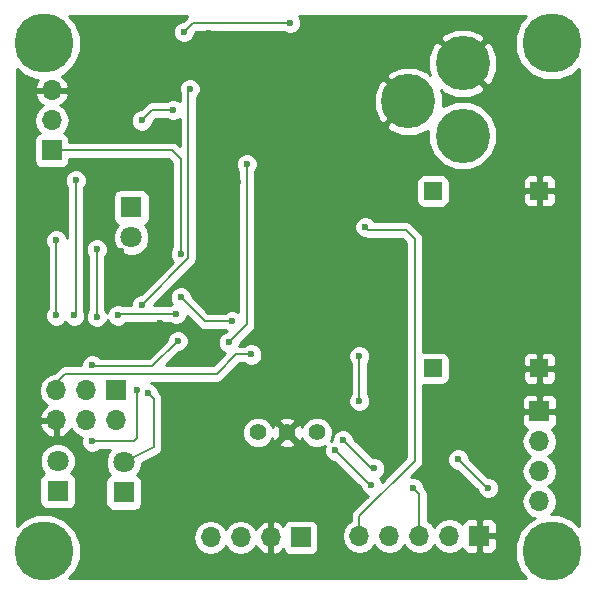
<source format=gbr>
G04 #@! TF.FileFunction,Copper,L2,Bot,Signal*
%FSLAX46Y46*%
G04 Gerber Fmt 4.6, Leading zero omitted, Abs format (unit mm)*
G04 Created by KiCad (PCBNEW 4.0.5) date 03/19/17 17:23:27*
%MOMM*%
%LPD*%
G01*
G04 APERTURE LIST*
%ADD10C,0.100000*%
%ADD11C,1.397000*%
%ADD12C,5.000000*%
%ADD13R,1.700000X1.700000*%
%ADD14O,1.700000X1.700000*%
%ADD15R,1.800000X1.800000*%
%ADD16C,1.800000*%
%ADD17C,4.600000*%
%ADD18R,1.524000X1.524000*%
%ADD19C,0.600000*%
%ADD20C,0.203200*%
%ADD21C,0.254000*%
G04 APERTURE END LIST*
D10*
D11*
X21122640Y-35941000D03*
X26121360Y-35941000D03*
X23622000Y-35941000D03*
D12*
X46000000Y-46000000D03*
X3000000Y-46000000D03*
X3000000Y-3000000D03*
X46000000Y-3000000D03*
D13*
X44958000Y-34163000D03*
D14*
X44958000Y-36703000D03*
X44958000Y-39243000D03*
X44958000Y-41783000D03*
D15*
X10414000Y-16891000D03*
D16*
X10414000Y-19431000D03*
D13*
X9144000Y-32385000D03*
D14*
X9144000Y-34925000D03*
X6604000Y-32385000D03*
X6604000Y-34925000D03*
X4064000Y-32385000D03*
X4064000Y-34925000D03*
D17*
X38481000Y-4699000D03*
X38481000Y-10799000D03*
X33881000Y-7899000D03*
D13*
X24765000Y-44831000D03*
D14*
X22225000Y-44831000D03*
X19685000Y-44831000D03*
X17145000Y-44831000D03*
D15*
X4191000Y-40894000D03*
D16*
X4191000Y-38354000D03*
D15*
X9779000Y-41021000D03*
D16*
X9779000Y-38481000D03*
D13*
X39878000Y-44704000D03*
D14*
X37338000Y-44704000D03*
X34798000Y-44704000D03*
X32258000Y-44704000D03*
X29718000Y-44704000D03*
D18*
X44958000Y-15494000D03*
X35958000Y-15494000D03*
X44958000Y-30494000D03*
X35958000Y-30494000D03*
D13*
X3683000Y-12065000D03*
D14*
X3683000Y-9525000D03*
X3683000Y-6985000D03*
D19*
X18923000Y-26543000D03*
X14605000Y-24511000D03*
X14605000Y-20828000D03*
X29718000Y-29464000D03*
X29718000Y-33274000D03*
X30226000Y-18542000D03*
X31496000Y-36703000D03*
X31242000Y-24511000D03*
X24384000Y-11430000D03*
X2794000Y-18415000D03*
X12827000Y-26670000D03*
X14605000Y-44831000D03*
X17399000Y-32766000D03*
X9525000Y-20574000D03*
X17018000Y-2159000D03*
X28194000Y-17653000D03*
X18669000Y-23114000D03*
X22098000Y-30099000D03*
X19431000Y-14732000D03*
X40640000Y-40640000D03*
X38100000Y-38227000D03*
X30734000Y-40386000D03*
X27686000Y-37465000D03*
X34290000Y-40640000D03*
X30988000Y-38989000D03*
X28321000Y-36576000D03*
X7493000Y-26162000D03*
X7493000Y-20447000D03*
X5715000Y-14605000D03*
X5588000Y-26035000D03*
X13970000Y-8636000D03*
X11303000Y-9525000D03*
X4064000Y-19685000D03*
X4064000Y-26035000D03*
X23876000Y-1270000D03*
X14859000Y-2032000D03*
X15367000Y-6858000D03*
X11303000Y-25146000D03*
X20193000Y-13208000D03*
X18669000Y-28321000D03*
X20574000Y-29337000D03*
X14224000Y-25908000D03*
X9271000Y-26035000D03*
X14351000Y-28194000D03*
X7112000Y-30226000D03*
X7112000Y-36703000D03*
X10922000Y-32385000D03*
X11811000Y-32639000D03*
D20*
X3683000Y-12065000D02*
X13843000Y-12065000D01*
X16637000Y-26543000D02*
X18923000Y-26543000D01*
X14605000Y-24511000D02*
X16637000Y-26543000D01*
X14605000Y-12827000D02*
X14605000Y-20828000D01*
X13843000Y-12065000D02*
X14605000Y-12827000D01*
X29718000Y-33274000D02*
X29718000Y-29464000D01*
X29718000Y-44704000D02*
X29718000Y-43053000D01*
X30480000Y-18796000D02*
X30226000Y-18542000D01*
X33655000Y-18796000D02*
X30480000Y-18796000D01*
X34417000Y-19558000D02*
X33655000Y-18796000D01*
X34417000Y-38354000D02*
X34417000Y-19558000D01*
X29718000Y-43053000D02*
X34417000Y-38354000D01*
X2794000Y-18415000D02*
X2794000Y-18288000D01*
X40513000Y-40640000D02*
X40640000Y-40640000D01*
X38100000Y-38227000D02*
X40513000Y-40640000D01*
X30607000Y-40386000D02*
X30734000Y-40386000D01*
X27686000Y-37465000D02*
X30607000Y-40386000D01*
X34798000Y-44704000D02*
X34798000Y-41148000D01*
X34798000Y-41148000D02*
X34290000Y-40640000D01*
X30734000Y-38989000D02*
X30988000Y-38989000D01*
X28321000Y-36576000D02*
X30734000Y-38989000D01*
X7493000Y-20447000D02*
X7493000Y-26162000D01*
X5715000Y-25908000D02*
X5715000Y-14605000D01*
X5588000Y-26035000D02*
X5715000Y-25908000D01*
X12192000Y-8636000D02*
X13970000Y-8636000D01*
X11303000Y-9525000D02*
X12192000Y-8636000D01*
X4064000Y-26035000D02*
X4064000Y-19685000D01*
X15621000Y-1270000D02*
X23876000Y-1270000D01*
X14859000Y-2032000D02*
X15621000Y-1270000D01*
X15240000Y-6985000D02*
X15367000Y-6858000D01*
X15240000Y-21209000D02*
X15240000Y-6985000D01*
X11303000Y-25146000D02*
X15240000Y-21209000D01*
X20193000Y-26797000D02*
X20193000Y-13208000D01*
X18669000Y-28321000D02*
X20193000Y-26797000D01*
X4064000Y-32385000D02*
X4064000Y-31750000D01*
X4064000Y-31750000D02*
X4826000Y-30988000D01*
X4826000Y-30988000D02*
X17653000Y-30988000D01*
X17653000Y-30988000D02*
X19304000Y-29337000D01*
X19304000Y-29337000D02*
X20574000Y-29337000D01*
X9398000Y-25908000D02*
X14224000Y-25908000D01*
X9271000Y-26035000D02*
X9398000Y-25908000D01*
X12192000Y-30353000D02*
X14351000Y-28194000D01*
X7239000Y-30353000D02*
X12192000Y-30353000D01*
X7112000Y-30226000D02*
X7239000Y-30353000D01*
X10668000Y-36703000D02*
X7112000Y-36703000D01*
X10922000Y-36449000D02*
X10668000Y-36703000D01*
X10922000Y-32385000D02*
X10922000Y-36449000D01*
X12319000Y-37211000D02*
X9779000Y-38481000D01*
X12319000Y-33147000D02*
X12319000Y-37211000D01*
X11811000Y-32639000D02*
X12319000Y-33147000D01*
D21*
G36*
X15100145Y-749145D02*
X14752384Y-1096906D01*
X14673833Y-1096838D01*
X14330057Y-1238883D01*
X14066808Y-1501673D01*
X13924162Y-1845201D01*
X13923838Y-2217167D01*
X14065883Y-2560943D01*
X14328673Y-2824192D01*
X14672201Y-2966838D01*
X15044167Y-2967162D01*
X15387943Y-2825117D01*
X15605993Y-2607447D01*
X36569052Y-2607447D01*
X38481000Y-4519395D01*
X40392948Y-2607447D01*
X40135617Y-2205549D01*
X39055464Y-1762157D01*
X37887855Y-1765873D01*
X36826383Y-2205549D01*
X36569052Y-2607447D01*
X15605993Y-2607447D01*
X15651192Y-2562327D01*
X15793838Y-2218799D01*
X15793908Y-2138802D01*
X15926110Y-2006600D01*
X23290178Y-2006600D01*
X23345673Y-2062192D01*
X23689201Y-2204838D01*
X24061167Y-2205162D01*
X24404943Y-2063117D01*
X24668192Y-1800327D01*
X24810838Y-1456799D01*
X24811162Y-1084833D01*
X24669117Y-741057D01*
X24638114Y-710000D01*
X43856567Y-710000D01*
X43343826Y-1221847D01*
X42865546Y-2373674D01*
X42864457Y-3620854D01*
X43340727Y-4773515D01*
X44221847Y-5656174D01*
X45373674Y-6134454D01*
X46620854Y-6135543D01*
X47773515Y-5659273D01*
X48290000Y-5143689D01*
X48290000Y-43856567D01*
X47778153Y-43343826D01*
X46626326Y-42865546D01*
X45989352Y-42864990D01*
X46037147Y-42833054D01*
X46359054Y-42351285D01*
X46472093Y-41783000D01*
X46359054Y-41214715D01*
X46037147Y-40732946D01*
X45707974Y-40513000D01*
X46037147Y-40293054D01*
X46359054Y-39811285D01*
X46472093Y-39243000D01*
X46359054Y-38674715D01*
X46037147Y-38192946D01*
X45707974Y-37973000D01*
X46037147Y-37753054D01*
X46359054Y-37271285D01*
X46472093Y-36703000D01*
X46359054Y-36134715D01*
X46037147Y-35652946D01*
X45993223Y-35623597D01*
X46167698Y-35551327D01*
X46346327Y-35372699D01*
X46443000Y-35139310D01*
X46443000Y-34448750D01*
X46284250Y-34290000D01*
X45085000Y-34290000D01*
X45085000Y-34310000D01*
X44831000Y-34310000D01*
X44831000Y-34290000D01*
X43631750Y-34290000D01*
X43473000Y-34448750D01*
X43473000Y-35139310D01*
X43569673Y-35372699D01*
X43748302Y-35551327D01*
X43922777Y-35623597D01*
X43878853Y-35652946D01*
X43556946Y-36134715D01*
X43443907Y-36703000D01*
X43556946Y-37271285D01*
X43878853Y-37753054D01*
X44208026Y-37973000D01*
X43878853Y-38192946D01*
X43556946Y-38674715D01*
X43443907Y-39243000D01*
X43556946Y-39811285D01*
X43878853Y-40293054D01*
X44208026Y-40513000D01*
X43878853Y-40732946D01*
X43556946Y-41214715D01*
X43443907Y-41783000D01*
X43556946Y-42351285D01*
X43878853Y-42833054D01*
X44360622Y-43154961D01*
X44573562Y-43197318D01*
X44226485Y-43340727D01*
X43343826Y-44221847D01*
X42865546Y-45373674D01*
X42864457Y-46620854D01*
X43340727Y-47773515D01*
X43856311Y-48290000D01*
X5143433Y-48290000D01*
X5656174Y-47778153D01*
X6134454Y-46626326D01*
X6135543Y-45379146D01*
X5897033Y-44801907D01*
X15660000Y-44801907D01*
X15660000Y-44860093D01*
X15773039Y-45428378D01*
X16094946Y-45910147D01*
X16576715Y-46232054D01*
X17145000Y-46345093D01*
X17713285Y-46232054D01*
X18195054Y-45910147D01*
X18415000Y-45580974D01*
X18634946Y-45910147D01*
X19116715Y-46232054D01*
X19685000Y-46345093D01*
X20253285Y-46232054D01*
X20735054Y-45910147D01*
X20962702Y-45569447D01*
X21029817Y-45712358D01*
X21458076Y-46102645D01*
X21868110Y-46272476D01*
X22098000Y-46151155D01*
X22098000Y-44958000D01*
X22078000Y-44958000D01*
X22078000Y-44704000D01*
X22098000Y-44704000D01*
X22098000Y-43510845D01*
X22352000Y-43510845D01*
X22352000Y-44704000D01*
X22372000Y-44704000D01*
X22372000Y-44958000D01*
X22352000Y-44958000D01*
X22352000Y-46151155D01*
X22581890Y-46272476D01*
X22991924Y-46102645D01*
X23294937Y-45826499D01*
X23311838Y-45916317D01*
X23450910Y-46132441D01*
X23663110Y-46277431D01*
X23915000Y-46328440D01*
X25615000Y-46328440D01*
X25850317Y-46284162D01*
X26066441Y-46145090D01*
X26211431Y-45932890D01*
X26262440Y-45681000D01*
X26262440Y-43981000D01*
X26218162Y-43745683D01*
X26079090Y-43529559D01*
X25866890Y-43384569D01*
X25615000Y-43333560D01*
X23915000Y-43333560D01*
X23679683Y-43377838D01*
X23463559Y-43516910D01*
X23318569Y-43729110D01*
X23296699Y-43837107D01*
X22991924Y-43559355D01*
X22581890Y-43389524D01*
X22352000Y-43510845D01*
X22098000Y-43510845D01*
X21868110Y-43389524D01*
X21458076Y-43559355D01*
X21029817Y-43949642D01*
X20962702Y-44092553D01*
X20735054Y-43751853D01*
X20253285Y-43429946D01*
X19685000Y-43316907D01*
X19116715Y-43429946D01*
X18634946Y-43751853D01*
X18415000Y-44081026D01*
X18195054Y-43751853D01*
X17713285Y-43429946D01*
X17145000Y-43316907D01*
X16576715Y-43429946D01*
X16094946Y-43751853D01*
X15773039Y-44233622D01*
X15660000Y-44801907D01*
X5897033Y-44801907D01*
X5659273Y-44226485D01*
X4778153Y-43343826D01*
X3626326Y-42865546D01*
X2379146Y-42864457D01*
X1226485Y-43340727D01*
X710000Y-43856311D01*
X710000Y-39994000D01*
X2643560Y-39994000D01*
X2643560Y-41794000D01*
X2687838Y-42029317D01*
X2826910Y-42245441D01*
X3039110Y-42390431D01*
X3291000Y-42441440D01*
X5091000Y-42441440D01*
X5326317Y-42397162D01*
X5542441Y-42258090D01*
X5687431Y-42045890D01*
X5738440Y-41794000D01*
X5738440Y-39994000D01*
X5694162Y-39758683D01*
X5555090Y-39542559D01*
X5342890Y-39397569D01*
X5322466Y-39393433D01*
X5491551Y-39224643D01*
X5725733Y-38660670D01*
X5726265Y-38050009D01*
X5493068Y-37485629D01*
X5061643Y-37053449D01*
X4497670Y-36819267D01*
X3887009Y-36818735D01*
X3322629Y-37051932D01*
X2890449Y-37483357D01*
X2656267Y-38047330D01*
X2655735Y-38657991D01*
X2888932Y-39222371D01*
X3056880Y-39390613D01*
X3055683Y-39390838D01*
X2839559Y-39529910D01*
X2694569Y-39742110D01*
X2643560Y-39994000D01*
X710000Y-39994000D01*
X710000Y-35281892D01*
X2622514Y-35281892D01*
X2868817Y-35806358D01*
X3297076Y-36196645D01*
X3707110Y-36366476D01*
X3937000Y-36245155D01*
X3937000Y-35052000D01*
X2743181Y-35052000D01*
X2622514Y-35281892D01*
X710000Y-35281892D01*
X710000Y-19870167D01*
X3128838Y-19870167D01*
X3270883Y-20213943D01*
X3327400Y-20270559D01*
X3327400Y-25449178D01*
X3271808Y-25504673D01*
X3129162Y-25848201D01*
X3128838Y-26220167D01*
X3270883Y-26563943D01*
X3533673Y-26827192D01*
X3877201Y-26969838D01*
X4249167Y-26970162D01*
X4592943Y-26828117D01*
X4826176Y-26595291D01*
X5057673Y-26827192D01*
X5401201Y-26969838D01*
X5773167Y-26970162D01*
X6116943Y-26828117D01*
X6380192Y-26565327D01*
X6522838Y-26221799D01*
X6523162Y-25849833D01*
X6451600Y-25676639D01*
X6451600Y-15991000D01*
X8866560Y-15991000D01*
X8866560Y-17791000D01*
X8910838Y-18026317D01*
X9049910Y-18242441D01*
X9262110Y-18387431D01*
X9282534Y-18391567D01*
X9113449Y-18560357D01*
X8879267Y-19124330D01*
X8878735Y-19734991D01*
X9111932Y-20299371D01*
X9543357Y-20731551D01*
X10107330Y-20965733D01*
X10717991Y-20966265D01*
X11282371Y-20733068D01*
X11714551Y-20301643D01*
X11948733Y-19737670D01*
X11949265Y-19127009D01*
X11716068Y-18562629D01*
X11548120Y-18394387D01*
X11549317Y-18394162D01*
X11765441Y-18255090D01*
X11910431Y-18042890D01*
X11961440Y-17791000D01*
X11961440Y-15991000D01*
X11917162Y-15755683D01*
X11778090Y-15539559D01*
X11565890Y-15394569D01*
X11314000Y-15343560D01*
X9514000Y-15343560D01*
X9278683Y-15387838D01*
X9062559Y-15526910D01*
X8917569Y-15739110D01*
X8866560Y-15991000D01*
X6451600Y-15991000D01*
X6451600Y-15190822D01*
X6507192Y-15135327D01*
X6649838Y-14791799D01*
X6650162Y-14419833D01*
X6508117Y-14076057D01*
X6245327Y-13812808D01*
X5901799Y-13670162D01*
X5529833Y-13669838D01*
X5186057Y-13811883D01*
X4922808Y-14074673D01*
X4780162Y-14418201D01*
X4779838Y-14790167D01*
X4921883Y-15133943D01*
X4978400Y-15190559D01*
X4978400Y-19449585D01*
X4857117Y-19156057D01*
X4594327Y-18892808D01*
X4250799Y-18750162D01*
X3878833Y-18749838D01*
X3535057Y-18891883D01*
X3271808Y-19154673D01*
X3129162Y-19498201D01*
X3128838Y-19870167D01*
X710000Y-19870167D01*
X710000Y-9525000D01*
X2168907Y-9525000D01*
X2281946Y-10093285D01*
X2603853Y-10575054D01*
X2645452Y-10602850D01*
X2597683Y-10611838D01*
X2381559Y-10750910D01*
X2236569Y-10963110D01*
X2185560Y-11215000D01*
X2185560Y-12915000D01*
X2229838Y-13150317D01*
X2368910Y-13366441D01*
X2581110Y-13511431D01*
X2833000Y-13562440D01*
X4533000Y-13562440D01*
X4768317Y-13518162D01*
X4984441Y-13379090D01*
X5129431Y-13166890D01*
X5180440Y-12915000D01*
X5180440Y-12801600D01*
X13537890Y-12801600D01*
X13868400Y-13132110D01*
X13868400Y-20242178D01*
X13812808Y-20297673D01*
X13670162Y-20641201D01*
X13669838Y-21013167D01*
X13811883Y-21356943D01*
X13931011Y-21476279D01*
X11196384Y-24210906D01*
X11117833Y-24210838D01*
X10774057Y-24352883D01*
X10510808Y-24615673D01*
X10368162Y-24959201D01*
X10367977Y-25171400D01*
X9629358Y-25171400D01*
X9457799Y-25100162D01*
X9085833Y-25099838D01*
X8742057Y-25241883D01*
X8478808Y-25504673D01*
X8355635Y-25801304D01*
X8286117Y-25633057D01*
X8229600Y-25576441D01*
X8229600Y-21032822D01*
X8285192Y-20977327D01*
X8427838Y-20633799D01*
X8428162Y-20261833D01*
X8286117Y-19918057D01*
X8023327Y-19654808D01*
X7679799Y-19512162D01*
X7307833Y-19511838D01*
X6964057Y-19653883D01*
X6700808Y-19916673D01*
X6558162Y-20260201D01*
X6557838Y-20632167D01*
X6699883Y-20975943D01*
X6756400Y-21032559D01*
X6756400Y-25576178D01*
X6700808Y-25631673D01*
X6558162Y-25975201D01*
X6557838Y-26347167D01*
X6699883Y-26690943D01*
X6962673Y-26954192D01*
X7306201Y-27096838D01*
X7678167Y-27097162D01*
X8021943Y-26955117D01*
X8285192Y-26692327D01*
X8408365Y-26395696D01*
X8477883Y-26563943D01*
X8740673Y-26827192D01*
X9084201Y-26969838D01*
X9456167Y-26970162D01*
X9799943Y-26828117D01*
X9983781Y-26644600D01*
X13638178Y-26644600D01*
X13693673Y-26700192D01*
X14037201Y-26842838D01*
X14409167Y-26843162D01*
X14752943Y-26701117D01*
X15016192Y-26438327D01*
X15155391Y-26103101D01*
X16116145Y-27063855D01*
X16355115Y-27223530D01*
X16637000Y-27279600D01*
X18337178Y-27279600D01*
X18392673Y-27335192D01*
X18514706Y-27385865D01*
X18483833Y-27385838D01*
X18140057Y-27527883D01*
X17876808Y-27790673D01*
X17734162Y-28134201D01*
X17733838Y-28506167D01*
X17875883Y-28849943D01*
X18138673Y-29113192D01*
X18384162Y-29215128D01*
X17347890Y-30251400D01*
X13335310Y-30251400D01*
X14457616Y-29129094D01*
X14536167Y-29129162D01*
X14879943Y-28987117D01*
X15143192Y-28724327D01*
X15285838Y-28380799D01*
X15286162Y-28008833D01*
X15144117Y-27665057D01*
X14881327Y-27401808D01*
X14537799Y-27259162D01*
X14165833Y-27258838D01*
X13822057Y-27400883D01*
X13558808Y-27663673D01*
X13416162Y-28007201D01*
X13416092Y-28087198D01*
X11886890Y-29616400D01*
X7824601Y-29616400D01*
X7642327Y-29433808D01*
X7298799Y-29291162D01*
X6926833Y-29290838D01*
X6583057Y-29432883D01*
X6319808Y-29695673D01*
X6177162Y-30039201D01*
X6176977Y-30251400D01*
X4826000Y-30251400D01*
X4544115Y-30307470D01*
X4305145Y-30467145D01*
X3861005Y-30911285D01*
X3495715Y-30983946D01*
X3013946Y-31305853D01*
X2692039Y-31787622D01*
X2579000Y-32355907D01*
X2579000Y-32414093D01*
X2692039Y-32982378D01*
X3013946Y-33464147D01*
X3297101Y-33653345D01*
X3297076Y-33653355D01*
X2868817Y-34043642D01*
X2622514Y-34568108D01*
X2743181Y-34798000D01*
X3937000Y-34798000D01*
X3937000Y-34778000D01*
X4191000Y-34778000D01*
X4191000Y-34798000D01*
X4211000Y-34798000D01*
X4211000Y-35052000D01*
X4191000Y-35052000D01*
X4191000Y-36245155D01*
X4420890Y-36366476D01*
X4830924Y-36196645D01*
X5259183Y-35806358D01*
X5326298Y-35663447D01*
X5553946Y-36004147D01*
X6035715Y-36326054D01*
X6239303Y-36366550D01*
X6177162Y-36516201D01*
X6176838Y-36888167D01*
X6318883Y-37231943D01*
X6581673Y-37495192D01*
X6925201Y-37637838D01*
X7297167Y-37638162D01*
X7640943Y-37496117D01*
X7697559Y-37439600D01*
X8649505Y-37439600D01*
X8478449Y-37610357D01*
X8244267Y-38174330D01*
X8243735Y-38784991D01*
X8476932Y-39349371D01*
X8644880Y-39517613D01*
X8643683Y-39517838D01*
X8427559Y-39656910D01*
X8282569Y-39869110D01*
X8231560Y-40121000D01*
X8231560Y-41921000D01*
X8275838Y-42156317D01*
X8414910Y-42372441D01*
X8627110Y-42517431D01*
X8879000Y-42568440D01*
X10679000Y-42568440D01*
X10914317Y-42524162D01*
X11130441Y-42385090D01*
X11275431Y-42172890D01*
X11326440Y-41921000D01*
X11326440Y-40121000D01*
X11282162Y-39885683D01*
X11143090Y-39669559D01*
X10930890Y-39524569D01*
X10910466Y-39520433D01*
X11079551Y-39351643D01*
X11313733Y-38787670D01*
X11313951Y-38537068D01*
X12648417Y-37869835D01*
X12741685Y-37797450D01*
X12839855Y-37731855D01*
X12854558Y-37709850D01*
X12875468Y-37693622D01*
X12933938Y-37591050D01*
X12999530Y-37492885D01*
X13004693Y-37466926D01*
X13017800Y-37443934D01*
X13032567Y-37326798D01*
X13055600Y-37211000D01*
X13055600Y-36205086D01*
X19788909Y-36205086D01*
X19991494Y-36695380D01*
X20366287Y-37070827D01*
X20856227Y-37274268D01*
X21386726Y-37274731D01*
X21877020Y-37072146D01*
X22074321Y-36875188D01*
X22867417Y-36875188D01*
X22929071Y-37110800D01*
X23429480Y-37286927D01*
X23959199Y-37258148D01*
X24314929Y-37110800D01*
X24376583Y-36875188D01*
X23622000Y-36120605D01*
X22867417Y-36875188D01*
X22074321Y-36875188D01*
X22252467Y-36697353D01*
X22365608Y-36424878D01*
X22452200Y-36633929D01*
X22687812Y-36695583D01*
X23442395Y-35941000D01*
X23801605Y-35941000D01*
X24556188Y-36695583D01*
X24791800Y-36633929D01*
X24871389Y-36407802D01*
X24990214Y-36695380D01*
X25365007Y-37070827D01*
X25854947Y-37274268D01*
X26385446Y-37274731D01*
X26828643Y-37091606D01*
X26751162Y-37278201D01*
X26750838Y-37650167D01*
X26892883Y-37993943D01*
X27155673Y-38257192D01*
X27499201Y-38399838D01*
X27579198Y-38399908D01*
X29832905Y-40653615D01*
X29940883Y-40914943D01*
X30203673Y-41178192D01*
X30449162Y-41280128D01*
X29197145Y-42532145D01*
X29037470Y-42771115D01*
X28981400Y-43053000D01*
X28981400Y-43415410D01*
X28667946Y-43624853D01*
X28346039Y-44106622D01*
X28233000Y-44674907D01*
X28233000Y-44733093D01*
X28346039Y-45301378D01*
X28667946Y-45783147D01*
X29149715Y-46105054D01*
X29718000Y-46218093D01*
X30286285Y-46105054D01*
X30768054Y-45783147D01*
X30988000Y-45453974D01*
X31207946Y-45783147D01*
X31689715Y-46105054D01*
X32258000Y-46218093D01*
X32826285Y-46105054D01*
X33308054Y-45783147D01*
X33528000Y-45453974D01*
X33747946Y-45783147D01*
X34229715Y-46105054D01*
X34798000Y-46218093D01*
X35366285Y-46105054D01*
X35848054Y-45783147D01*
X36068000Y-45453974D01*
X36287946Y-45783147D01*
X36769715Y-46105054D01*
X37338000Y-46218093D01*
X37906285Y-46105054D01*
X38388054Y-45783147D01*
X38417403Y-45739223D01*
X38489673Y-45913698D01*
X38668301Y-46092327D01*
X38901690Y-46189000D01*
X39592250Y-46189000D01*
X39751000Y-46030250D01*
X39751000Y-44831000D01*
X40005000Y-44831000D01*
X40005000Y-46030250D01*
X40163750Y-46189000D01*
X40854310Y-46189000D01*
X41087699Y-46092327D01*
X41266327Y-45913698D01*
X41363000Y-45680309D01*
X41363000Y-44989750D01*
X41204250Y-44831000D01*
X40005000Y-44831000D01*
X39751000Y-44831000D01*
X39731000Y-44831000D01*
X39731000Y-44577000D01*
X39751000Y-44577000D01*
X39751000Y-43377750D01*
X40005000Y-43377750D01*
X40005000Y-44577000D01*
X41204250Y-44577000D01*
X41363000Y-44418250D01*
X41363000Y-43727691D01*
X41266327Y-43494302D01*
X41087699Y-43315673D01*
X40854310Y-43219000D01*
X40163750Y-43219000D01*
X40005000Y-43377750D01*
X39751000Y-43377750D01*
X39592250Y-43219000D01*
X38901690Y-43219000D01*
X38668301Y-43315673D01*
X38489673Y-43494302D01*
X38417403Y-43668777D01*
X38388054Y-43624853D01*
X37906285Y-43302946D01*
X37338000Y-43189907D01*
X36769715Y-43302946D01*
X36287946Y-43624853D01*
X36068000Y-43954026D01*
X35848054Y-43624853D01*
X35534600Y-43415410D01*
X35534600Y-41148000D01*
X35478530Y-40866115D01*
X35318855Y-40627145D01*
X35225094Y-40533384D01*
X35225162Y-40454833D01*
X35083117Y-40111057D01*
X34820327Y-39847808D01*
X34476799Y-39705162D01*
X34107869Y-39704841D01*
X34937855Y-38874855D01*
X35097531Y-38635884D01*
X35142030Y-38412167D01*
X37164838Y-38412167D01*
X37306883Y-38755943D01*
X37569673Y-39019192D01*
X37913201Y-39161838D01*
X37993198Y-39161908D01*
X39738905Y-40907615D01*
X39846883Y-41168943D01*
X40109673Y-41432192D01*
X40453201Y-41574838D01*
X40825167Y-41575162D01*
X41168943Y-41433117D01*
X41432192Y-41170327D01*
X41574838Y-40826799D01*
X41575162Y-40454833D01*
X41433117Y-40111057D01*
X41170327Y-39847808D01*
X40826799Y-39705162D01*
X40619692Y-39704982D01*
X39035094Y-38120384D01*
X39035162Y-38041833D01*
X38893117Y-37698057D01*
X38630327Y-37434808D01*
X38286799Y-37292162D01*
X37914833Y-37291838D01*
X37571057Y-37433883D01*
X37307808Y-37696673D01*
X37165162Y-38040201D01*
X37164838Y-38412167D01*
X35142030Y-38412167D01*
X35153601Y-38354000D01*
X35153600Y-38353995D01*
X35153600Y-33186690D01*
X43473000Y-33186690D01*
X43473000Y-33877250D01*
X43631750Y-34036000D01*
X44831000Y-34036000D01*
X44831000Y-32836750D01*
X45085000Y-32836750D01*
X45085000Y-34036000D01*
X46284250Y-34036000D01*
X46443000Y-33877250D01*
X46443000Y-33186690D01*
X46346327Y-32953301D01*
X46167698Y-32774673D01*
X45934309Y-32678000D01*
X45243750Y-32678000D01*
X45085000Y-32836750D01*
X44831000Y-32836750D01*
X44672250Y-32678000D01*
X43981691Y-32678000D01*
X43748302Y-32774673D01*
X43569673Y-32953301D01*
X43473000Y-33186690D01*
X35153600Y-33186690D01*
X35153600Y-31894854D01*
X35196000Y-31903440D01*
X36720000Y-31903440D01*
X36955317Y-31859162D01*
X37171441Y-31720090D01*
X37316431Y-31507890D01*
X37367440Y-31256000D01*
X37367440Y-30779750D01*
X43561000Y-30779750D01*
X43561000Y-31382309D01*
X43657673Y-31615698D01*
X43836301Y-31794327D01*
X44069690Y-31891000D01*
X44672250Y-31891000D01*
X44831000Y-31732250D01*
X44831000Y-30621000D01*
X45085000Y-30621000D01*
X45085000Y-31732250D01*
X45243750Y-31891000D01*
X45846310Y-31891000D01*
X46079699Y-31794327D01*
X46258327Y-31615698D01*
X46355000Y-31382309D01*
X46355000Y-30779750D01*
X46196250Y-30621000D01*
X45085000Y-30621000D01*
X44831000Y-30621000D01*
X43719750Y-30621000D01*
X43561000Y-30779750D01*
X37367440Y-30779750D01*
X37367440Y-29732000D01*
X37343674Y-29605691D01*
X43561000Y-29605691D01*
X43561000Y-30208250D01*
X43719750Y-30367000D01*
X44831000Y-30367000D01*
X44831000Y-29255750D01*
X45085000Y-29255750D01*
X45085000Y-30367000D01*
X46196250Y-30367000D01*
X46355000Y-30208250D01*
X46355000Y-29605691D01*
X46258327Y-29372302D01*
X46079699Y-29193673D01*
X45846310Y-29097000D01*
X45243750Y-29097000D01*
X45085000Y-29255750D01*
X44831000Y-29255750D01*
X44672250Y-29097000D01*
X44069690Y-29097000D01*
X43836301Y-29193673D01*
X43657673Y-29372302D01*
X43561000Y-29605691D01*
X37343674Y-29605691D01*
X37323162Y-29496683D01*
X37184090Y-29280559D01*
X36971890Y-29135569D01*
X36720000Y-29084560D01*
X35196000Y-29084560D01*
X35153600Y-29092538D01*
X35153600Y-19558000D01*
X35097530Y-19276115D01*
X34937855Y-19037145D01*
X34175855Y-18275145D01*
X33936885Y-18115470D01*
X33655000Y-18059400D01*
X31038265Y-18059400D01*
X31019117Y-18013057D01*
X30756327Y-17749808D01*
X30412799Y-17607162D01*
X30040833Y-17606838D01*
X29697057Y-17748883D01*
X29433808Y-18011673D01*
X29291162Y-18355201D01*
X29290838Y-18727167D01*
X29432883Y-19070943D01*
X29695673Y-19334192D01*
X30039201Y-19476838D01*
X30200369Y-19476978D01*
X30480000Y-19532600D01*
X33349890Y-19532600D01*
X33680400Y-19863110D01*
X33680400Y-38048890D01*
X31628022Y-40101268D01*
X31527117Y-39857057D01*
X31471183Y-39801025D01*
X31516943Y-39782117D01*
X31780192Y-39519327D01*
X31922838Y-39175799D01*
X31923162Y-38803833D01*
X31781117Y-38460057D01*
X31518327Y-38196808D01*
X31174799Y-38054162D01*
X30840581Y-38053871D01*
X29256094Y-36469384D01*
X29256162Y-36390833D01*
X29114117Y-36047057D01*
X28851327Y-35783808D01*
X28507799Y-35641162D01*
X28135833Y-35640838D01*
X27792057Y-35782883D01*
X27528808Y-36045673D01*
X27386162Y-36389201D01*
X27385998Y-36577287D01*
X27283448Y-36619659D01*
X27454628Y-36207413D01*
X27455091Y-35676914D01*
X27252506Y-35186620D01*
X26877713Y-34811173D01*
X26387773Y-34607732D01*
X25857274Y-34607269D01*
X25366980Y-34809854D01*
X24991533Y-35184647D01*
X24878392Y-35457122D01*
X24791800Y-35248071D01*
X24556188Y-35186417D01*
X23801605Y-35941000D01*
X23442395Y-35941000D01*
X22687812Y-35186417D01*
X22452200Y-35248071D01*
X22372611Y-35474198D01*
X22253786Y-35186620D01*
X22074292Y-35006812D01*
X22867417Y-35006812D01*
X23622000Y-35761395D01*
X24376583Y-35006812D01*
X24314929Y-34771200D01*
X23814520Y-34595073D01*
X23284801Y-34623852D01*
X22929071Y-34771200D01*
X22867417Y-35006812D01*
X22074292Y-35006812D01*
X21878993Y-34811173D01*
X21389053Y-34607732D01*
X20858554Y-34607269D01*
X20368260Y-34809854D01*
X19992813Y-35184647D01*
X19789372Y-35674587D01*
X19788909Y-36205086D01*
X13055600Y-36205086D01*
X13055600Y-33147000D01*
X12999530Y-32865115D01*
X12839855Y-32626145D01*
X12746094Y-32532384D01*
X12746162Y-32453833D01*
X12604117Y-32110057D01*
X12341327Y-31846808D01*
X12047019Y-31724600D01*
X17653000Y-31724600D01*
X17934885Y-31668530D01*
X18173855Y-31508855D01*
X19609110Y-30073600D01*
X19988178Y-30073600D01*
X20043673Y-30129192D01*
X20387201Y-30271838D01*
X20759167Y-30272162D01*
X21102943Y-30130117D01*
X21366192Y-29867327D01*
X21456780Y-29649167D01*
X28782838Y-29649167D01*
X28924883Y-29992943D01*
X28981400Y-30049559D01*
X28981400Y-32688178D01*
X28925808Y-32743673D01*
X28783162Y-33087201D01*
X28782838Y-33459167D01*
X28924883Y-33802943D01*
X29187673Y-34066192D01*
X29531201Y-34208838D01*
X29903167Y-34209162D01*
X30246943Y-34067117D01*
X30510192Y-33804327D01*
X30652838Y-33460799D01*
X30653162Y-33088833D01*
X30511117Y-32745057D01*
X30454600Y-32688441D01*
X30454600Y-30049822D01*
X30510192Y-29994327D01*
X30652838Y-29650799D01*
X30653162Y-29278833D01*
X30511117Y-28935057D01*
X30248327Y-28671808D01*
X29904799Y-28529162D01*
X29532833Y-28528838D01*
X29189057Y-28670883D01*
X28925808Y-28933673D01*
X28783162Y-29277201D01*
X28782838Y-29649167D01*
X21456780Y-29649167D01*
X21508838Y-29523799D01*
X21509162Y-29151833D01*
X21367117Y-28808057D01*
X21104327Y-28544808D01*
X20760799Y-28402162D01*
X20388833Y-28401838D01*
X20045057Y-28543883D01*
X19988441Y-28600400D01*
X19565387Y-28600400D01*
X19603838Y-28507799D01*
X19603908Y-28427802D01*
X20713855Y-27317855D01*
X20873530Y-27078885D01*
X20929600Y-26797000D01*
X20929600Y-14732000D01*
X34548560Y-14732000D01*
X34548560Y-16256000D01*
X34592838Y-16491317D01*
X34731910Y-16707441D01*
X34944110Y-16852431D01*
X35196000Y-16903440D01*
X36720000Y-16903440D01*
X36955317Y-16859162D01*
X37171441Y-16720090D01*
X37316431Y-16507890D01*
X37367440Y-16256000D01*
X37367440Y-15779750D01*
X43561000Y-15779750D01*
X43561000Y-16382309D01*
X43657673Y-16615698D01*
X43836301Y-16794327D01*
X44069690Y-16891000D01*
X44672250Y-16891000D01*
X44831000Y-16732250D01*
X44831000Y-15621000D01*
X45085000Y-15621000D01*
X45085000Y-16732250D01*
X45243750Y-16891000D01*
X45846310Y-16891000D01*
X46079699Y-16794327D01*
X46258327Y-16615698D01*
X46355000Y-16382309D01*
X46355000Y-15779750D01*
X46196250Y-15621000D01*
X45085000Y-15621000D01*
X44831000Y-15621000D01*
X43719750Y-15621000D01*
X43561000Y-15779750D01*
X37367440Y-15779750D01*
X37367440Y-14732000D01*
X37343674Y-14605691D01*
X43561000Y-14605691D01*
X43561000Y-15208250D01*
X43719750Y-15367000D01*
X44831000Y-15367000D01*
X44831000Y-14255750D01*
X45085000Y-14255750D01*
X45085000Y-15367000D01*
X46196250Y-15367000D01*
X46355000Y-15208250D01*
X46355000Y-14605691D01*
X46258327Y-14372302D01*
X46079699Y-14193673D01*
X45846310Y-14097000D01*
X45243750Y-14097000D01*
X45085000Y-14255750D01*
X44831000Y-14255750D01*
X44672250Y-14097000D01*
X44069690Y-14097000D01*
X43836301Y-14193673D01*
X43657673Y-14372302D01*
X43561000Y-14605691D01*
X37343674Y-14605691D01*
X37323162Y-14496683D01*
X37184090Y-14280559D01*
X36971890Y-14135569D01*
X36720000Y-14084560D01*
X35196000Y-14084560D01*
X34960683Y-14128838D01*
X34744559Y-14267910D01*
X34599569Y-14480110D01*
X34548560Y-14732000D01*
X20929600Y-14732000D01*
X20929600Y-13793822D01*
X20985192Y-13738327D01*
X21127838Y-13394799D01*
X21128162Y-13022833D01*
X20986117Y-12679057D01*
X20723327Y-12415808D01*
X20379799Y-12273162D01*
X20007833Y-12272838D01*
X19664057Y-12414883D01*
X19400808Y-12677673D01*
X19258162Y-13021201D01*
X19257838Y-13393167D01*
X19399883Y-13736943D01*
X19456400Y-13793559D01*
X19456400Y-25753886D01*
X19453327Y-25750808D01*
X19109799Y-25608162D01*
X18737833Y-25607838D01*
X18394057Y-25749883D01*
X18337441Y-25806400D01*
X16942110Y-25806400D01*
X15540094Y-24404384D01*
X15540162Y-24325833D01*
X15398117Y-23982057D01*
X15135327Y-23718808D01*
X14791799Y-23576162D01*
X14419833Y-23575838D01*
X14076057Y-23717883D01*
X13812808Y-23980673D01*
X13670162Y-24324201D01*
X13669838Y-24696167D01*
X13811883Y-25039943D01*
X13830731Y-25058824D01*
X13695057Y-25114883D01*
X13638441Y-25171400D01*
X12319310Y-25171400D01*
X15760855Y-21729855D01*
X15920530Y-21490885D01*
X15976600Y-21209000D01*
X15976600Y-7570601D01*
X16159192Y-7388327D01*
X16185680Y-7324536D01*
X30944157Y-7324536D01*
X30947873Y-8492145D01*
X31387549Y-9553617D01*
X31789447Y-9810948D01*
X33701395Y-7899000D01*
X31789447Y-5987052D01*
X31387549Y-6244383D01*
X30944157Y-7324536D01*
X16185680Y-7324536D01*
X16301838Y-7044799D01*
X16302162Y-6672833D01*
X16160117Y-6329057D01*
X15897327Y-6065808D01*
X15553799Y-5923162D01*
X15181833Y-5922838D01*
X14838057Y-6064883D01*
X14574808Y-6327673D01*
X14432162Y-6671201D01*
X14431838Y-7043167D01*
X14503400Y-7216361D01*
X14503400Y-7846886D01*
X14500327Y-7843808D01*
X14156799Y-7701162D01*
X13784833Y-7700838D01*
X13441057Y-7842883D01*
X13384441Y-7899400D01*
X12192000Y-7899400D01*
X11910115Y-7955470D01*
X11725831Y-8078605D01*
X11671145Y-8115145D01*
X11196384Y-8589906D01*
X11117833Y-8589838D01*
X10774057Y-8731883D01*
X10510808Y-8994673D01*
X10368162Y-9338201D01*
X10367838Y-9710167D01*
X10509883Y-10053943D01*
X10772673Y-10317192D01*
X11116201Y-10459838D01*
X11488167Y-10460162D01*
X11831943Y-10318117D01*
X12095192Y-10055327D01*
X12237838Y-9711799D01*
X12237908Y-9631802D01*
X12497110Y-9372600D01*
X13384178Y-9372600D01*
X13439673Y-9428192D01*
X13783201Y-9570838D01*
X14155167Y-9571162D01*
X14498943Y-9429117D01*
X14503400Y-9424668D01*
X14503400Y-11683690D01*
X14363855Y-11544145D01*
X14124885Y-11384470D01*
X13843000Y-11328400D01*
X5180440Y-11328400D01*
X5180440Y-11215000D01*
X5136162Y-10979683D01*
X4997090Y-10763559D01*
X4784890Y-10618569D01*
X4717459Y-10604914D01*
X4762147Y-10575054D01*
X5084054Y-10093285D01*
X5197093Y-9525000D01*
X5084054Y-8956715D01*
X4762147Y-8474946D01*
X4421447Y-8247298D01*
X4564358Y-8180183D01*
X4954645Y-7751924D01*
X5124476Y-7341890D01*
X5003155Y-7112000D01*
X3810000Y-7112000D01*
X3810000Y-7132000D01*
X3556000Y-7132000D01*
X3556000Y-7112000D01*
X2362845Y-7112000D01*
X2241524Y-7341890D01*
X2411355Y-7751924D01*
X2801642Y-8180183D01*
X2944553Y-8247298D01*
X2603853Y-8474946D01*
X2281946Y-8956715D01*
X2168907Y-9525000D01*
X710000Y-9525000D01*
X710000Y-5143433D01*
X1221847Y-5656174D01*
X2373674Y-6134454D01*
X2487472Y-6134553D01*
X2411355Y-6218076D01*
X2241524Y-6628110D01*
X2362845Y-6858000D01*
X3556000Y-6858000D01*
X3556000Y-6838000D01*
X3810000Y-6838000D01*
X3810000Y-6858000D01*
X5003155Y-6858000D01*
X5124476Y-6628110D01*
X4954645Y-6218076D01*
X4580425Y-5807447D01*
X31969052Y-5807447D01*
X33881000Y-7719395D01*
X33895143Y-7705253D01*
X34074748Y-7884858D01*
X34060605Y-7899000D01*
X34074748Y-7913143D01*
X33895143Y-8092748D01*
X33881000Y-8078605D01*
X31969052Y-9990553D01*
X32226383Y-10392451D01*
X33306536Y-10835843D01*
X34474145Y-10832127D01*
X35535617Y-10392451D01*
X35546369Y-10375659D01*
X35545492Y-11380246D01*
X35991377Y-12459372D01*
X36816285Y-13285721D01*
X37894631Y-13733489D01*
X39062246Y-13734508D01*
X40141372Y-13288623D01*
X40967721Y-12463715D01*
X41415489Y-11385369D01*
X41416508Y-10217754D01*
X40970623Y-9138628D01*
X40145715Y-8312279D01*
X39067369Y-7864511D01*
X37899754Y-7863492D01*
X36820628Y-8309377D01*
X36817331Y-8312668D01*
X36814127Y-7305855D01*
X36658634Y-6930462D01*
X36826383Y-7192451D01*
X37906536Y-7635843D01*
X39074145Y-7632127D01*
X40135617Y-7192451D01*
X40392948Y-6790553D01*
X38481000Y-4878605D01*
X38466858Y-4892748D01*
X38287253Y-4713143D01*
X38301395Y-4699000D01*
X38660605Y-4699000D01*
X40572553Y-6610948D01*
X40974451Y-6353617D01*
X41417843Y-5273464D01*
X41414127Y-4105855D01*
X40974451Y-3044383D01*
X40572553Y-2787052D01*
X38660605Y-4699000D01*
X38301395Y-4699000D01*
X36389447Y-2787052D01*
X35987549Y-3044383D01*
X35544157Y-4124536D01*
X35547873Y-5292145D01*
X35703366Y-5667538D01*
X35535617Y-5405549D01*
X34455464Y-4962157D01*
X33287855Y-4965873D01*
X32226383Y-5405549D01*
X31969052Y-5807447D01*
X4580425Y-5807447D01*
X4564358Y-5789817D01*
X4514379Y-5766346D01*
X4773515Y-5659273D01*
X5656174Y-4778153D01*
X6134454Y-3626326D01*
X6135543Y-2379146D01*
X5659273Y-1226485D01*
X5143689Y-710000D01*
X15158730Y-710000D01*
X15100145Y-749145D01*
X15100145Y-749145D01*
G37*
X15100145Y-749145D02*
X14752384Y-1096906D01*
X14673833Y-1096838D01*
X14330057Y-1238883D01*
X14066808Y-1501673D01*
X13924162Y-1845201D01*
X13923838Y-2217167D01*
X14065883Y-2560943D01*
X14328673Y-2824192D01*
X14672201Y-2966838D01*
X15044167Y-2967162D01*
X15387943Y-2825117D01*
X15605993Y-2607447D01*
X36569052Y-2607447D01*
X38481000Y-4519395D01*
X40392948Y-2607447D01*
X40135617Y-2205549D01*
X39055464Y-1762157D01*
X37887855Y-1765873D01*
X36826383Y-2205549D01*
X36569052Y-2607447D01*
X15605993Y-2607447D01*
X15651192Y-2562327D01*
X15793838Y-2218799D01*
X15793908Y-2138802D01*
X15926110Y-2006600D01*
X23290178Y-2006600D01*
X23345673Y-2062192D01*
X23689201Y-2204838D01*
X24061167Y-2205162D01*
X24404943Y-2063117D01*
X24668192Y-1800327D01*
X24810838Y-1456799D01*
X24811162Y-1084833D01*
X24669117Y-741057D01*
X24638114Y-710000D01*
X43856567Y-710000D01*
X43343826Y-1221847D01*
X42865546Y-2373674D01*
X42864457Y-3620854D01*
X43340727Y-4773515D01*
X44221847Y-5656174D01*
X45373674Y-6134454D01*
X46620854Y-6135543D01*
X47773515Y-5659273D01*
X48290000Y-5143689D01*
X48290000Y-43856567D01*
X47778153Y-43343826D01*
X46626326Y-42865546D01*
X45989352Y-42864990D01*
X46037147Y-42833054D01*
X46359054Y-42351285D01*
X46472093Y-41783000D01*
X46359054Y-41214715D01*
X46037147Y-40732946D01*
X45707974Y-40513000D01*
X46037147Y-40293054D01*
X46359054Y-39811285D01*
X46472093Y-39243000D01*
X46359054Y-38674715D01*
X46037147Y-38192946D01*
X45707974Y-37973000D01*
X46037147Y-37753054D01*
X46359054Y-37271285D01*
X46472093Y-36703000D01*
X46359054Y-36134715D01*
X46037147Y-35652946D01*
X45993223Y-35623597D01*
X46167698Y-35551327D01*
X46346327Y-35372699D01*
X46443000Y-35139310D01*
X46443000Y-34448750D01*
X46284250Y-34290000D01*
X45085000Y-34290000D01*
X45085000Y-34310000D01*
X44831000Y-34310000D01*
X44831000Y-34290000D01*
X43631750Y-34290000D01*
X43473000Y-34448750D01*
X43473000Y-35139310D01*
X43569673Y-35372699D01*
X43748302Y-35551327D01*
X43922777Y-35623597D01*
X43878853Y-35652946D01*
X43556946Y-36134715D01*
X43443907Y-36703000D01*
X43556946Y-37271285D01*
X43878853Y-37753054D01*
X44208026Y-37973000D01*
X43878853Y-38192946D01*
X43556946Y-38674715D01*
X43443907Y-39243000D01*
X43556946Y-39811285D01*
X43878853Y-40293054D01*
X44208026Y-40513000D01*
X43878853Y-40732946D01*
X43556946Y-41214715D01*
X43443907Y-41783000D01*
X43556946Y-42351285D01*
X43878853Y-42833054D01*
X44360622Y-43154961D01*
X44573562Y-43197318D01*
X44226485Y-43340727D01*
X43343826Y-44221847D01*
X42865546Y-45373674D01*
X42864457Y-46620854D01*
X43340727Y-47773515D01*
X43856311Y-48290000D01*
X5143433Y-48290000D01*
X5656174Y-47778153D01*
X6134454Y-46626326D01*
X6135543Y-45379146D01*
X5897033Y-44801907D01*
X15660000Y-44801907D01*
X15660000Y-44860093D01*
X15773039Y-45428378D01*
X16094946Y-45910147D01*
X16576715Y-46232054D01*
X17145000Y-46345093D01*
X17713285Y-46232054D01*
X18195054Y-45910147D01*
X18415000Y-45580974D01*
X18634946Y-45910147D01*
X19116715Y-46232054D01*
X19685000Y-46345093D01*
X20253285Y-46232054D01*
X20735054Y-45910147D01*
X20962702Y-45569447D01*
X21029817Y-45712358D01*
X21458076Y-46102645D01*
X21868110Y-46272476D01*
X22098000Y-46151155D01*
X22098000Y-44958000D01*
X22078000Y-44958000D01*
X22078000Y-44704000D01*
X22098000Y-44704000D01*
X22098000Y-43510845D01*
X22352000Y-43510845D01*
X22352000Y-44704000D01*
X22372000Y-44704000D01*
X22372000Y-44958000D01*
X22352000Y-44958000D01*
X22352000Y-46151155D01*
X22581890Y-46272476D01*
X22991924Y-46102645D01*
X23294937Y-45826499D01*
X23311838Y-45916317D01*
X23450910Y-46132441D01*
X23663110Y-46277431D01*
X23915000Y-46328440D01*
X25615000Y-46328440D01*
X25850317Y-46284162D01*
X26066441Y-46145090D01*
X26211431Y-45932890D01*
X26262440Y-45681000D01*
X26262440Y-43981000D01*
X26218162Y-43745683D01*
X26079090Y-43529559D01*
X25866890Y-43384569D01*
X25615000Y-43333560D01*
X23915000Y-43333560D01*
X23679683Y-43377838D01*
X23463559Y-43516910D01*
X23318569Y-43729110D01*
X23296699Y-43837107D01*
X22991924Y-43559355D01*
X22581890Y-43389524D01*
X22352000Y-43510845D01*
X22098000Y-43510845D01*
X21868110Y-43389524D01*
X21458076Y-43559355D01*
X21029817Y-43949642D01*
X20962702Y-44092553D01*
X20735054Y-43751853D01*
X20253285Y-43429946D01*
X19685000Y-43316907D01*
X19116715Y-43429946D01*
X18634946Y-43751853D01*
X18415000Y-44081026D01*
X18195054Y-43751853D01*
X17713285Y-43429946D01*
X17145000Y-43316907D01*
X16576715Y-43429946D01*
X16094946Y-43751853D01*
X15773039Y-44233622D01*
X15660000Y-44801907D01*
X5897033Y-44801907D01*
X5659273Y-44226485D01*
X4778153Y-43343826D01*
X3626326Y-42865546D01*
X2379146Y-42864457D01*
X1226485Y-43340727D01*
X710000Y-43856311D01*
X710000Y-39994000D01*
X2643560Y-39994000D01*
X2643560Y-41794000D01*
X2687838Y-42029317D01*
X2826910Y-42245441D01*
X3039110Y-42390431D01*
X3291000Y-42441440D01*
X5091000Y-42441440D01*
X5326317Y-42397162D01*
X5542441Y-42258090D01*
X5687431Y-42045890D01*
X5738440Y-41794000D01*
X5738440Y-39994000D01*
X5694162Y-39758683D01*
X5555090Y-39542559D01*
X5342890Y-39397569D01*
X5322466Y-39393433D01*
X5491551Y-39224643D01*
X5725733Y-38660670D01*
X5726265Y-38050009D01*
X5493068Y-37485629D01*
X5061643Y-37053449D01*
X4497670Y-36819267D01*
X3887009Y-36818735D01*
X3322629Y-37051932D01*
X2890449Y-37483357D01*
X2656267Y-38047330D01*
X2655735Y-38657991D01*
X2888932Y-39222371D01*
X3056880Y-39390613D01*
X3055683Y-39390838D01*
X2839559Y-39529910D01*
X2694569Y-39742110D01*
X2643560Y-39994000D01*
X710000Y-39994000D01*
X710000Y-35281892D01*
X2622514Y-35281892D01*
X2868817Y-35806358D01*
X3297076Y-36196645D01*
X3707110Y-36366476D01*
X3937000Y-36245155D01*
X3937000Y-35052000D01*
X2743181Y-35052000D01*
X2622514Y-35281892D01*
X710000Y-35281892D01*
X710000Y-19870167D01*
X3128838Y-19870167D01*
X3270883Y-20213943D01*
X3327400Y-20270559D01*
X3327400Y-25449178D01*
X3271808Y-25504673D01*
X3129162Y-25848201D01*
X3128838Y-26220167D01*
X3270883Y-26563943D01*
X3533673Y-26827192D01*
X3877201Y-26969838D01*
X4249167Y-26970162D01*
X4592943Y-26828117D01*
X4826176Y-26595291D01*
X5057673Y-26827192D01*
X5401201Y-26969838D01*
X5773167Y-26970162D01*
X6116943Y-26828117D01*
X6380192Y-26565327D01*
X6522838Y-26221799D01*
X6523162Y-25849833D01*
X6451600Y-25676639D01*
X6451600Y-15991000D01*
X8866560Y-15991000D01*
X8866560Y-17791000D01*
X8910838Y-18026317D01*
X9049910Y-18242441D01*
X9262110Y-18387431D01*
X9282534Y-18391567D01*
X9113449Y-18560357D01*
X8879267Y-19124330D01*
X8878735Y-19734991D01*
X9111932Y-20299371D01*
X9543357Y-20731551D01*
X10107330Y-20965733D01*
X10717991Y-20966265D01*
X11282371Y-20733068D01*
X11714551Y-20301643D01*
X11948733Y-19737670D01*
X11949265Y-19127009D01*
X11716068Y-18562629D01*
X11548120Y-18394387D01*
X11549317Y-18394162D01*
X11765441Y-18255090D01*
X11910431Y-18042890D01*
X11961440Y-17791000D01*
X11961440Y-15991000D01*
X11917162Y-15755683D01*
X11778090Y-15539559D01*
X11565890Y-15394569D01*
X11314000Y-15343560D01*
X9514000Y-15343560D01*
X9278683Y-15387838D01*
X9062559Y-15526910D01*
X8917569Y-15739110D01*
X8866560Y-15991000D01*
X6451600Y-15991000D01*
X6451600Y-15190822D01*
X6507192Y-15135327D01*
X6649838Y-14791799D01*
X6650162Y-14419833D01*
X6508117Y-14076057D01*
X6245327Y-13812808D01*
X5901799Y-13670162D01*
X5529833Y-13669838D01*
X5186057Y-13811883D01*
X4922808Y-14074673D01*
X4780162Y-14418201D01*
X4779838Y-14790167D01*
X4921883Y-15133943D01*
X4978400Y-15190559D01*
X4978400Y-19449585D01*
X4857117Y-19156057D01*
X4594327Y-18892808D01*
X4250799Y-18750162D01*
X3878833Y-18749838D01*
X3535057Y-18891883D01*
X3271808Y-19154673D01*
X3129162Y-19498201D01*
X3128838Y-19870167D01*
X710000Y-19870167D01*
X710000Y-9525000D01*
X2168907Y-9525000D01*
X2281946Y-10093285D01*
X2603853Y-10575054D01*
X2645452Y-10602850D01*
X2597683Y-10611838D01*
X2381559Y-10750910D01*
X2236569Y-10963110D01*
X2185560Y-11215000D01*
X2185560Y-12915000D01*
X2229838Y-13150317D01*
X2368910Y-13366441D01*
X2581110Y-13511431D01*
X2833000Y-13562440D01*
X4533000Y-13562440D01*
X4768317Y-13518162D01*
X4984441Y-13379090D01*
X5129431Y-13166890D01*
X5180440Y-12915000D01*
X5180440Y-12801600D01*
X13537890Y-12801600D01*
X13868400Y-13132110D01*
X13868400Y-20242178D01*
X13812808Y-20297673D01*
X13670162Y-20641201D01*
X13669838Y-21013167D01*
X13811883Y-21356943D01*
X13931011Y-21476279D01*
X11196384Y-24210906D01*
X11117833Y-24210838D01*
X10774057Y-24352883D01*
X10510808Y-24615673D01*
X10368162Y-24959201D01*
X10367977Y-25171400D01*
X9629358Y-25171400D01*
X9457799Y-25100162D01*
X9085833Y-25099838D01*
X8742057Y-25241883D01*
X8478808Y-25504673D01*
X8355635Y-25801304D01*
X8286117Y-25633057D01*
X8229600Y-25576441D01*
X8229600Y-21032822D01*
X8285192Y-20977327D01*
X8427838Y-20633799D01*
X8428162Y-20261833D01*
X8286117Y-19918057D01*
X8023327Y-19654808D01*
X7679799Y-19512162D01*
X7307833Y-19511838D01*
X6964057Y-19653883D01*
X6700808Y-19916673D01*
X6558162Y-20260201D01*
X6557838Y-20632167D01*
X6699883Y-20975943D01*
X6756400Y-21032559D01*
X6756400Y-25576178D01*
X6700808Y-25631673D01*
X6558162Y-25975201D01*
X6557838Y-26347167D01*
X6699883Y-26690943D01*
X6962673Y-26954192D01*
X7306201Y-27096838D01*
X7678167Y-27097162D01*
X8021943Y-26955117D01*
X8285192Y-26692327D01*
X8408365Y-26395696D01*
X8477883Y-26563943D01*
X8740673Y-26827192D01*
X9084201Y-26969838D01*
X9456167Y-26970162D01*
X9799943Y-26828117D01*
X9983781Y-26644600D01*
X13638178Y-26644600D01*
X13693673Y-26700192D01*
X14037201Y-26842838D01*
X14409167Y-26843162D01*
X14752943Y-26701117D01*
X15016192Y-26438327D01*
X15155391Y-26103101D01*
X16116145Y-27063855D01*
X16355115Y-27223530D01*
X16637000Y-27279600D01*
X18337178Y-27279600D01*
X18392673Y-27335192D01*
X18514706Y-27385865D01*
X18483833Y-27385838D01*
X18140057Y-27527883D01*
X17876808Y-27790673D01*
X17734162Y-28134201D01*
X17733838Y-28506167D01*
X17875883Y-28849943D01*
X18138673Y-29113192D01*
X18384162Y-29215128D01*
X17347890Y-30251400D01*
X13335310Y-30251400D01*
X14457616Y-29129094D01*
X14536167Y-29129162D01*
X14879943Y-28987117D01*
X15143192Y-28724327D01*
X15285838Y-28380799D01*
X15286162Y-28008833D01*
X15144117Y-27665057D01*
X14881327Y-27401808D01*
X14537799Y-27259162D01*
X14165833Y-27258838D01*
X13822057Y-27400883D01*
X13558808Y-27663673D01*
X13416162Y-28007201D01*
X13416092Y-28087198D01*
X11886890Y-29616400D01*
X7824601Y-29616400D01*
X7642327Y-29433808D01*
X7298799Y-29291162D01*
X6926833Y-29290838D01*
X6583057Y-29432883D01*
X6319808Y-29695673D01*
X6177162Y-30039201D01*
X6176977Y-30251400D01*
X4826000Y-30251400D01*
X4544115Y-30307470D01*
X4305145Y-30467145D01*
X3861005Y-30911285D01*
X3495715Y-30983946D01*
X3013946Y-31305853D01*
X2692039Y-31787622D01*
X2579000Y-32355907D01*
X2579000Y-32414093D01*
X2692039Y-32982378D01*
X3013946Y-33464147D01*
X3297101Y-33653345D01*
X3297076Y-33653355D01*
X2868817Y-34043642D01*
X2622514Y-34568108D01*
X2743181Y-34798000D01*
X3937000Y-34798000D01*
X3937000Y-34778000D01*
X4191000Y-34778000D01*
X4191000Y-34798000D01*
X4211000Y-34798000D01*
X4211000Y-35052000D01*
X4191000Y-35052000D01*
X4191000Y-36245155D01*
X4420890Y-36366476D01*
X4830924Y-36196645D01*
X5259183Y-35806358D01*
X5326298Y-35663447D01*
X5553946Y-36004147D01*
X6035715Y-36326054D01*
X6239303Y-36366550D01*
X6177162Y-36516201D01*
X6176838Y-36888167D01*
X6318883Y-37231943D01*
X6581673Y-37495192D01*
X6925201Y-37637838D01*
X7297167Y-37638162D01*
X7640943Y-37496117D01*
X7697559Y-37439600D01*
X8649505Y-37439600D01*
X8478449Y-37610357D01*
X8244267Y-38174330D01*
X8243735Y-38784991D01*
X8476932Y-39349371D01*
X8644880Y-39517613D01*
X8643683Y-39517838D01*
X8427559Y-39656910D01*
X8282569Y-39869110D01*
X8231560Y-40121000D01*
X8231560Y-41921000D01*
X8275838Y-42156317D01*
X8414910Y-42372441D01*
X8627110Y-42517431D01*
X8879000Y-42568440D01*
X10679000Y-42568440D01*
X10914317Y-42524162D01*
X11130441Y-42385090D01*
X11275431Y-42172890D01*
X11326440Y-41921000D01*
X11326440Y-40121000D01*
X11282162Y-39885683D01*
X11143090Y-39669559D01*
X10930890Y-39524569D01*
X10910466Y-39520433D01*
X11079551Y-39351643D01*
X11313733Y-38787670D01*
X11313951Y-38537068D01*
X12648417Y-37869835D01*
X12741685Y-37797450D01*
X12839855Y-37731855D01*
X12854558Y-37709850D01*
X12875468Y-37693622D01*
X12933938Y-37591050D01*
X12999530Y-37492885D01*
X13004693Y-37466926D01*
X13017800Y-37443934D01*
X13032567Y-37326798D01*
X13055600Y-37211000D01*
X13055600Y-36205086D01*
X19788909Y-36205086D01*
X19991494Y-36695380D01*
X20366287Y-37070827D01*
X20856227Y-37274268D01*
X21386726Y-37274731D01*
X21877020Y-37072146D01*
X22074321Y-36875188D01*
X22867417Y-36875188D01*
X22929071Y-37110800D01*
X23429480Y-37286927D01*
X23959199Y-37258148D01*
X24314929Y-37110800D01*
X24376583Y-36875188D01*
X23622000Y-36120605D01*
X22867417Y-36875188D01*
X22074321Y-36875188D01*
X22252467Y-36697353D01*
X22365608Y-36424878D01*
X22452200Y-36633929D01*
X22687812Y-36695583D01*
X23442395Y-35941000D01*
X23801605Y-35941000D01*
X24556188Y-36695583D01*
X24791800Y-36633929D01*
X24871389Y-36407802D01*
X24990214Y-36695380D01*
X25365007Y-37070827D01*
X25854947Y-37274268D01*
X26385446Y-37274731D01*
X26828643Y-37091606D01*
X26751162Y-37278201D01*
X26750838Y-37650167D01*
X26892883Y-37993943D01*
X27155673Y-38257192D01*
X27499201Y-38399838D01*
X27579198Y-38399908D01*
X29832905Y-40653615D01*
X29940883Y-40914943D01*
X30203673Y-41178192D01*
X30449162Y-41280128D01*
X29197145Y-42532145D01*
X29037470Y-42771115D01*
X28981400Y-43053000D01*
X28981400Y-43415410D01*
X28667946Y-43624853D01*
X28346039Y-44106622D01*
X28233000Y-44674907D01*
X28233000Y-44733093D01*
X28346039Y-45301378D01*
X28667946Y-45783147D01*
X29149715Y-46105054D01*
X29718000Y-46218093D01*
X30286285Y-46105054D01*
X30768054Y-45783147D01*
X30988000Y-45453974D01*
X31207946Y-45783147D01*
X31689715Y-46105054D01*
X32258000Y-46218093D01*
X32826285Y-46105054D01*
X33308054Y-45783147D01*
X33528000Y-45453974D01*
X33747946Y-45783147D01*
X34229715Y-46105054D01*
X34798000Y-46218093D01*
X35366285Y-46105054D01*
X35848054Y-45783147D01*
X36068000Y-45453974D01*
X36287946Y-45783147D01*
X36769715Y-46105054D01*
X37338000Y-46218093D01*
X37906285Y-46105054D01*
X38388054Y-45783147D01*
X38417403Y-45739223D01*
X38489673Y-45913698D01*
X38668301Y-46092327D01*
X38901690Y-46189000D01*
X39592250Y-46189000D01*
X39751000Y-46030250D01*
X39751000Y-44831000D01*
X40005000Y-44831000D01*
X40005000Y-46030250D01*
X40163750Y-46189000D01*
X40854310Y-46189000D01*
X41087699Y-46092327D01*
X41266327Y-45913698D01*
X41363000Y-45680309D01*
X41363000Y-44989750D01*
X41204250Y-44831000D01*
X40005000Y-44831000D01*
X39751000Y-44831000D01*
X39731000Y-44831000D01*
X39731000Y-44577000D01*
X39751000Y-44577000D01*
X39751000Y-43377750D01*
X40005000Y-43377750D01*
X40005000Y-44577000D01*
X41204250Y-44577000D01*
X41363000Y-44418250D01*
X41363000Y-43727691D01*
X41266327Y-43494302D01*
X41087699Y-43315673D01*
X40854310Y-43219000D01*
X40163750Y-43219000D01*
X40005000Y-43377750D01*
X39751000Y-43377750D01*
X39592250Y-43219000D01*
X38901690Y-43219000D01*
X38668301Y-43315673D01*
X38489673Y-43494302D01*
X38417403Y-43668777D01*
X38388054Y-43624853D01*
X37906285Y-43302946D01*
X37338000Y-43189907D01*
X36769715Y-43302946D01*
X36287946Y-43624853D01*
X36068000Y-43954026D01*
X35848054Y-43624853D01*
X35534600Y-43415410D01*
X35534600Y-41148000D01*
X35478530Y-40866115D01*
X35318855Y-40627145D01*
X35225094Y-40533384D01*
X35225162Y-40454833D01*
X35083117Y-40111057D01*
X34820327Y-39847808D01*
X34476799Y-39705162D01*
X34107869Y-39704841D01*
X34937855Y-38874855D01*
X35097531Y-38635884D01*
X35142030Y-38412167D01*
X37164838Y-38412167D01*
X37306883Y-38755943D01*
X37569673Y-39019192D01*
X37913201Y-39161838D01*
X37993198Y-39161908D01*
X39738905Y-40907615D01*
X39846883Y-41168943D01*
X40109673Y-41432192D01*
X40453201Y-41574838D01*
X40825167Y-41575162D01*
X41168943Y-41433117D01*
X41432192Y-41170327D01*
X41574838Y-40826799D01*
X41575162Y-40454833D01*
X41433117Y-40111057D01*
X41170327Y-39847808D01*
X40826799Y-39705162D01*
X40619692Y-39704982D01*
X39035094Y-38120384D01*
X39035162Y-38041833D01*
X38893117Y-37698057D01*
X38630327Y-37434808D01*
X38286799Y-37292162D01*
X37914833Y-37291838D01*
X37571057Y-37433883D01*
X37307808Y-37696673D01*
X37165162Y-38040201D01*
X37164838Y-38412167D01*
X35142030Y-38412167D01*
X35153601Y-38354000D01*
X35153600Y-38353995D01*
X35153600Y-33186690D01*
X43473000Y-33186690D01*
X43473000Y-33877250D01*
X43631750Y-34036000D01*
X44831000Y-34036000D01*
X44831000Y-32836750D01*
X45085000Y-32836750D01*
X45085000Y-34036000D01*
X46284250Y-34036000D01*
X46443000Y-33877250D01*
X46443000Y-33186690D01*
X46346327Y-32953301D01*
X46167698Y-32774673D01*
X45934309Y-32678000D01*
X45243750Y-32678000D01*
X45085000Y-32836750D01*
X44831000Y-32836750D01*
X44672250Y-32678000D01*
X43981691Y-32678000D01*
X43748302Y-32774673D01*
X43569673Y-32953301D01*
X43473000Y-33186690D01*
X35153600Y-33186690D01*
X35153600Y-31894854D01*
X35196000Y-31903440D01*
X36720000Y-31903440D01*
X36955317Y-31859162D01*
X37171441Y-31720090D01*
X37316431Y-31507890D01*
X37367440Y-31256000D01*
X37367440Y-30779750D01*
X43561000Y-30779750D01*
X43561000Y-31382309D01*
X43657673Y-31615698D01*
X43836301Y-31794327D01*
X44069690Y-31891000D01*
X44672250Y-31891000D01*
X44831000Y-31732250D01*
X44831000Y-30621000D01*
X45085000Y-30621000D01*
X45085000Y-31732250D01*
X45243750Y-31891000D01*
X45846310Y-31891000D01*
X46079699Y-31794327D01*
X46258327Y-31615698D01*
X46355000Y-31382309D01*
X46355000Y-30779750D01*
X46196250Y-30621000D01*
X45085000Y-30621000D01*
X44831000Y-30621000D01*
X43719750Y-30621000D01*
X43561000Y-30779750D01*
X37367440Y-30779750D01*
X37367440Y-29732000D01*
X37343674Y-29605691D01*
X43561000Y-29605691D01*
X43561000Y-30208250D01*
X43719750Y-30367000D01*
X44831000Y-30367000D01*
X44831000Y-29255750D01*
X45085000Y-29255750D01*
X45085000Y-30367000D01*
X46196250Y-30367000D01*
X46355000Y-30208250D01*
X46355000Y-29605691D01*
X46258327Y-29372302D01*
X46079699Y-29193673D01*
X45846310Y-29097000D01*
X45243750Y-29097000D01*
X45085000Y-29255750D01*
X44831000Y-29255750D01*
X44672250Y-29097000D01*
X44069690Y-29097000D01*
X43836301Y-29193673D01*
X43657673Y-29372302D01*
X43561000Y-29605691D01*
X37343674Y-29605691D01*
X37323162Y-29496683D01*
X37184090Y-29280559D01*
X36971890Y-29135569D01*
X36720000Y-29084560D01*
X35196000Y-29084560D01*
X35153600Y-29092538D01*
X35153600Y-19558000D01*
X35097530Y-19276115D01*
X34937855Y-19037145D01*
X34175855Y-18275145D01*
X33936885Y-18115470D01*
X33655000Y-18059400D01*
X31038265Y-18059400D01*
X31019117Y-18013057D01*
X30756327Y-17749808D01*
X30412799Y-17607162D01*
X30040833Y-17606838D01*
X29697057Y-17748883D01*
X29433808Y-18011673D01*
X29291162Y-18355201D01*
X29290838Y-18727167D01*
X29432883Y-19070943D01*
X29695673Y-19334192D01*
X30039201Y-19476838D01*
X30200369Y-19476978D01*
X30480000Y-19532600D01*
X33349890Y-19532600D01*
X33680400Y-19863110D01*
X33680400Y-38048890D01*
X31628022Y-40101268D01*
X31527117Y-39857057D01*
X31471183Y-39801025D01*
X31516943Y-39782117D01*
X31780192Y-39519327D01*
X31922838Y-39175799D01*
X31923162Y-38803833D01*
X31781117Y-38460057D01*
X31518327Y-38196808D01*
X31174799Y-38054162D01*
X30840581Y-38053871D01*
X29256094Y-36469384D01*
X29256162Y-36390833D01*
X29114117Y-36047057D01*
X28851327Y-35783808D01*
X28507799Y-35641162D01*
X28135833Y-35640838D01*
X27792057Y-35782883D01*
X27528808Y-36045673D01*
X27386162Y-36389201D01*
X27385998Y-36577287D01*
X27283448Y-36619659D01*
X27454628Y-36207413D01*
X27455091Y-35676914D01*
X27252506Y-35186620D01*
X26877713Y-34811173D01*
X26387773Y-34607732D01*
X25857274Y-34607269D01*
X25366980Y-34809854D01*
X24991533Y-35184647D01*
X24878392Y-35457122D01*
X24791800Y-35248071D01*
X24556188Y-35186417D01*
X23801605Y-35941000D01*
X23442395Y-35941000D01*
X22687812Y-35186417D01*
X22452200Y-35248071D01*
X22372611Y-35474198D01*
X22253786Y-35186620D01*
X22074292Y-35006812D01*
X22867417Y-35006812D01*
X23622000Y-35761395D01*
X24376583Y-35006812D01*
X24314929Y-34771200D01*
X23814520Y-34595073D01*
X23284801Y-34623852D01*
X22929071Y-34771200D01*
X22867417Y-35006812D01*
X22074292Y-35006812D01*
X21878993Y-34811173D01*
X21389053Y-34607732D01*
X20858554Y-34607269D01*
X20368260Y-34809854D01*
X19992813Y-35184647D01*
X19789372Y-35674587D01*
X19788909Y-36205086D01*
X13055600Y-36205086D01*
X13055600Y-33147000D01*
X12999530Y-32865115D01*
X12839855Y-32626145D01*
X12746094Y-32532384D01*
X12746162Y-32453833D01*
X12604117Y-32110057D01*
X12341327Y-31846808D01*
X12047019Y-31724600D01*
X17653000Y-31724600D01*
X17934885Y-31668530D01*
X18173855Y-31508855D01*
X19609110Y-30073600D01*
X19988178Y-30073600D01*
X20043673Y-30129192D01*
X20387201Y-30271838D01*
X20759167Y-30272162D01*
X21102943Y-30130117D01*
X21366192Y-29867327D01*
X21456780Y-29649167D01*
X28782838Y-29649167D01*
X28924883Y-29992943D01*
X28981400Y-30049559D01*
X28981400Y-32688178D01*
X28925808Y-32743673D01*
X28783162Y-33087201D01*
X28782838Y-33459167D01*
X28924883Y-33802943D01*
X29187673Y-34066192D01*
X29531201Y-34208838D01*
X29903167Y-34209162D01*
X30246943Y-34067117D01*
X30510192Y-33804327D01*
X30652838Y-33460799D01*
X30653162Y-33088833D01*
X30511117Y-32745057D01*
X30454600Y-32688441D01*
X30454600Y-30049822D01*
X30510192Y-29994327D01*
X30652838Y-29650799D01*
X30653162Y-29278833D01*
X30511117Y-28935057D01*
X30248327Y-28671808D01*
X29904799Y-28529162D01*
X29532833Y-28528838D01*
X29189057Y-28670883D01*
X28925808Y-28933673D01*
X28783162Y-29277201D01*
X28782838Y-29649167D01*
X21456780Y-29649167D01*
X21508838Y-29523799D01*
X21509162Y-29151833D01*
X21367117Y-28808057D01*
X21104327Y-28544808D01*
X20760799Y-28402162D01*
X20388833Y-28401838D01*
X20045057Y-28543883D01*
X19988441Y-28600400D01*
X19565387Y-28600400D01*
X19603838Y-28507799D01*
X19603908Y-28427802D01*
X20713855Y-27317855D01*
X20873530Y-27078885D01*
X20929600Y-26797000D01*
X20929600Y-14732000D01*
X34548560Y-14732000D01*
X34548560Y-16256000D01*
X34592838Y-16491317D01*
X34731910Y-16707441D01*
X34944110Y-16852431D01*
X35196000Y-16903440D01*
X36720000Y-16903440D01*
X36955317Y-16859162D01*
X37171441Y-16720090D01*
X37316431Y-16507890D01*
X37367440Y-16256000D01*
X37367440Y-15779750D01*
X43561000Y-15779750D01*
X43561000Y-16382309D01*
X43657673Y-16615698D01*
X43836301Y-16794327D01*
X44069690Y-16891000D01*
X44672250Y-16891000D01*
X44831000Y-16732250D01*
X44831000Y-15621000D01*
X45085000Y-15621000D01*
X45085000Y-16732250D01*
X45243750Y-16891000D01*
X45846310Y-16891000D01*
X46079699Y-16794327D01*
X46258327Y-16615698D01*
X46355000Y-16382309D01*
X46355000Y-15779750D01*
X46196250Y-15621000D01*
X45085000Y-15621000D01*
X44831000Y-15621000D01*
X43719750Y-15621000D01*
X43561000Y-15779750D01*
X37367440Y-15779750D01*
X37367440Y-14732000D01*
X37343674Y-14605691D01*
X43561000Y-14605691D01*
X43561000Y-15208250D01*
X43719750Y-15367000D01*
X44831000Y-15367000D01*
X44831000Y-14255750D01*
X45085000Y-14255750D01*
X45085000Y-15367000D01*
X46196250Y-15367000D01*
X46355000Y-15208250D01*
X46355000Y-14605691D01*
X46258327Y-14372302D01*
X46079699Y-14193673D01*
X45846310Y-14097000D01*
X45243750Y-14097000D01*
X45085000Y-14255750D01*
X44831000Y-14255750D01*
X44672250Y-14097000D01*
X44069690Y-14097000D01*
X43836301Y-14193673D01*
X43657673Y-14372302D01*
X43561000Y-14605691D01*
X37343674Y-14605691D01*
X37323162Y-14496683D01*
X37184090Y-14280559D01*
X36971890Y-14135569D01*
X36720000Y-14084560D01*
X35196000Y-14084560D01*
X34960683Y-14128838D01*
X34744559Y-14267910D01*
X34599569Y-14480110D01*
X34548560Y-14732000D01*
X20929600Y-14732000D01*
X20929600Y-13793822D01*
X20985192Y-13738327D01*
X21127838Y-13394799D01*
X21128162Y-13022833D01*
X20986117Y-12679057D01*
X20723327Y-12415808D01*
X20379799Y-12273162D01*
X20007833Y-12272838D01*
X19664057Y-12414883D01*
X19400808Y-12677673D01*
X19258162Y-13021201D01*
X19257838Y-13393167D01*
X19399883Y-13736943D01*
X19456400Y-13793559D01*
X19456400Y-25753886D01*
X19453327Y-25750808D01*
X19109799Y-25608162D01*
X18737833Y-25607838D01*
X18394057Y-25749883D01*
X18337441Y-25806400D01*
X16942110Y-25806400D01*
X15540094Y-24404384D01*
X15540162Y-24325833D01*
X15398117Y-23982057D01*
X15135327Y-23718808D01*
X14791799Y-23576162D01*
X14419833Y-23575838D01*
X14076057Y-23717883D01*
X13812808Y-23980673D01*
X13670162Y-24324201D01*
X13669838Y-24696167D01*
X13811883Y-25039943D01*
X13830731Y-25058824D01*
X13695057Y-25114883D01*
X13638441Y-25171400D01*
X12319310Y-25171400D01*
X15760855Y-21729855D01*
X15920530Y-21490885D01*
X15976600Y-21209000D01*
X15976600Y-7570601D01*
X16159192Y-7388327D01*
X16185680Y-7324536D01*
X30944157Y-7324536D01*
X30947873Y-8492145D01*
X31387549Y-9553617D01*
X31789447Y-9810948D01*
X33701395Y-7899000D01*
X31789447Y-5987052D01*
X31387549Y-6244383D01*
X30944157Y-7324536D01*
X16185680Y-7324536D01*
X16301838Y-7044799D01*
X16302162Y-6672833D01*
X16160117Y-6329057D01*
X15897327Y-6065808D01*
X15553799Y-5923162D01*
X15181833Y-5922838D01*
X14838057Y-6064883D01*
X14574808Y-6327673D01*
X14432162Y-6671201D01*
X14431838Y-7043167D01*
X14503400Y-7216361D01*
X14503400Y-7846886D01*
X14500327Y-7843808D01*
X14156799Y-7701162D01*
X13784833Y-7700838D01*
X13441057Y-7842883D01*
X13384441Y-7899400D01*
X12192000Y-7899400D01*
X11910115Y-7955470D01*
X11725831Y-8078605D01*
X11671145Y-8115145D01*
X11196384Y-8589906D01*
X11117833Y-8589838D01*
X10774057Y-8731883D01*
X10510808Y-8994673D01*
X10368162Y-9338201D01*
X10367838Y-9710167D01*
X10509883Y-10053943D01*
X10772673Y-10317192D01*
X11116201Y-10459838D01*
X11488167Y-10460162D01*
X11831943Y-10318117D01*
X12095192Y-10055327D01*
X12237838Y-9711799D01*
X12237908Y-9631802D01*
X12497110Y-9372600D01*
X13384178Y-9372600D01*
X13439673Y-9428192D01*
X13783201Y-9570838D01*
X14155167Y-9571162D01*
X14498943Y-9429117D01*
X14503400Y-9424668D01*
X14503400Y-11683690D01*
X14363855Y-11544145D01*
X14124885Y-11384470D01*
X13843000Y-11328400D01*
X5180440Y-11328400D01*
X5180440Y-11215000D01*
X5136162Y-10979683D01*
X4997090Y-10763559D01*
X4784890Y-10618569D01*
X4717459Y-10604914D01*
X4762147Y-10575054D01*
X5084054Y-10093285D01*
X5197093Y-9525000D01*
X5084054Y-8956715D01*
X4762147Y-8474946D01*
X4421447Y-8247298D01*
X4564358Y-8180183D01*
X4954645Y-7751924D01*
X5124476Y-7341890D01*
X5003155Y-7112000D01*
X3810000Y-7112000D01*
X3810000Y-7132000D01*
X3556000Y-7132000D01*
X3556000Y-7112000D01*
X2362845Y-7112000D01*
X2241524Y-7341890D01*
X2411355Y-7751924D01*
X2801642Y-8180183D01*
X2944553Y-8247298D01*
X2603853Y-8474946D01*
X2281946Y-8956715D01*
X2168907Y-9525000D01*
X710000Y-9525000D01*
X710000Y-5143433D01*
X1221847Y-5656174D01*
X2373674Y-6134454D01*
X2487472Y-6134553D01*
X2411355Y-6218076D01*
X2241524Y-6628110D01*
X2362845Y-6858000D01*
X3556000Y-6858000D01*
X3556000Y-6838000D01*
X3810000Y-6838000D01*
X3810000Y-6858000D01*
X5003155Y-6858000D01*
X5124476Y-6628110D01*
X4954645Y-6218076D01*
X4580425Y-5807447D01*
X31969052Y-5807447D01*
X33881000Y-7719395D01*
X33895143Y-7705253D01*
X34074748Y-7884858D01*
X34060605Y-7899000D01*
X34074748Y-7913143D01*
X33895143Y-8092748D01*
X33881000Y-8078605D01*
X31969052Y-9990553D01*
X32226383Y-10392451D01*
X33306536Y-10835843D01*
X34474145Y-10832127D01*
X35535617Y-10392451D01*
X35546369Y-10375659D01*
X35545492Y-11380246D01*
X35991377Y-12459372D01*
X36816285Y-13285721D01*
X37894631Y-13733489D01*
X39062246Y-13734508D01*
X40141372Y-13288623D01*
X40967721Y-12463715D01*
X41415489Y-11385369D01*
X41416508Y-10217754D01*
X40970623Y-9138628D01*
X40145715Y-8312279D01*
X39067369Y-7864511D01*
X37899754Y-7863492D01*
X36820628Y-8309377D01*
X36817331Y-8312668D01*
X36814127Y-7305855D01*
X36658634Y-6930462D01*
X36826383Y-7192451D01*
X37906536Y-7635843D01*
X39074145Y-7632127D01*
X40135617Y-7192451D01*
X40392948Y-6790553D01*
X38481000Y-4878605D01*
X38466858Y-4892748D01*
X38287253Y-4713143D01*
X38301395Y-4699000D01*
X38660605Y-4699000D01*
X40572553Y-6610948D01*
X40974451Y-6353617D01*
X41417843Y-5273464D01*
X41414127Y-4105855D01*
X40974451Y-3044383D01*
X40572553Y-2787052D01*
X38660605Y-4699000D01*
X38301395Y-4699000D01*
X36389447Y-2787052D01*
X35987549Y-3044383D01*
X35544157Y-4124536D01*
X35547873Y-5292145D01*
X35703366Y-5667538D01*
X35535617Y-5405549D01*
X34455464Y-4962157D01*
X33287855Y-4965873D01*
X32226383Y-5405549D01*
X31969052Y-5807447D01*
X4580425Y-5807447D01*
X4564358Y-5789817D01*
X4514379Y-5766346D01*
X4773515Y-5659273D01*
X5656174Y-4778153D01*
X6134454Y-3626326D01*
X6135543Y-2379146D01*
X5659273Y-1226485D01*
X5143689Y-710000D01*
X15158730Y-710000D01*
X15100145Y-749145D01*
M02*

</source>
